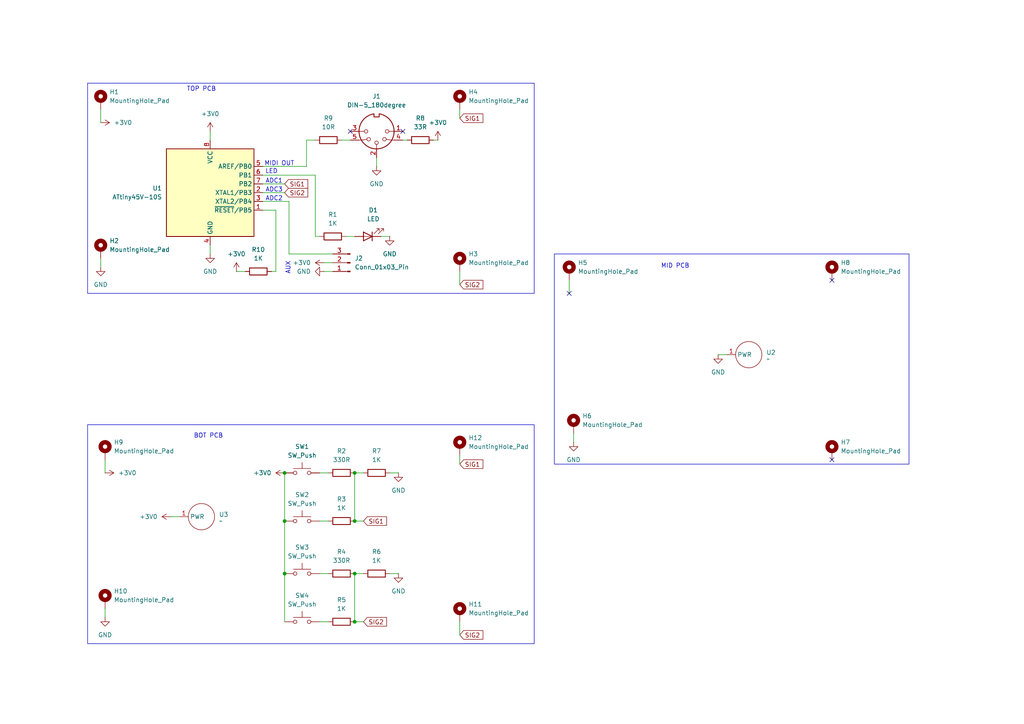
<source format=kicad_sch>
(kicad_sch (version 20231120) (generator "eeschema") (generator_version "8.0")
  (paper "A4")
  (lib_symbols
    (symbol "Connector:Conn_01x03_Pin" (pin_names (offset 1.016) hide)
      (property "Reference" "J" (at 0 5.08 0))
      (property "Value" "Conn_01x03_Pin" (at 0 -5.08 0))
      (symbol "Conn_01x03_Pin_1_1"
        (polyline (pts (xy 1.27 -2.54) (xy 0.8636 -2.54)) (stroke (width 0.1524)))
        (polyline (pts (xy 1.27 0) (xy 0.8636 0)) (stroke (width 0.1524)))
        (polyline (pts (xy 1.27 2.54) (xy 0.8636 2.54)) (stroke (width 0.1524)))
        (rectangle (start 0.8636 -2.413) (end 0 -2.667) (stroke (width 0.1524)) (fill (type outline)))
        (rectangle (start 0.8636 0.127) (end 0 -0.127) (stroke (width 0.1524)) (fill (type outline)))
        (rectangle (start 0.8636 2.667) (end 0 2.413) (stroke (width 0.1524)) (fill (type outline)))
        (pin passive line (at 5.08 2.54 180) (length 3.81) (name "Pin_1") (number "1"))
        (pin passive line (at 5.08 0 180) (length 3.81) (name "Pin_2") (number "2"))
        (pin passive line (at 5.08 -2.54 180) (length 3.81) (name "Pin_3") (number "3"))
      )
    )
    (symbol "Connector:DIN-5_180degree" (pin_names (offset 1.016))
      (property "Reference" "J" (at 3.175 5.715 0))
      (property "Value" "DIN-5_180degree" (at 0 -6.35 0))
      (symbol "DIN-5_180degree_0_1"
        (arc (start -5.08 0) (mid -3.8609 -3.3364) (end -0.762 -5.08) (stroke (width 0.254)))
        (circle (center -3.048 0) (radius 0.508))
        (circle (center -2.286 2.286) (radius 0.508))
        (polyline (pts (xy -5.08 0) (xy -3.556 0)))
        (polyline (pts (xy 0 5.08) (xy 0 3.81)))
        (polyline (pts (xy 5.08 0) (xy 3.556 0)))
        (polyline (pts (xy -5.08 2.54) (xy -4.318 2.54) (xy -2.794 2.286)))
        (polyline (pts (xy 5.08 2.54) (xy 4.318 2.54) (xy 2.794 2.286)))
        (polyline (pts (xy -0.762 -4.953) (xy -0.762 -4.191) (xy 0.762 -4.191) (xy 0.762 -4.953)) (stroke (width 0.254)))
        (circle (center 0 3.302) (radius 0.508))
        (arc (start 0.762 -5.08) (mid 3.8685 -3.343) (end 5.08 0) (stroke (width 0.254)))
        (circle (center 2.286 2.286) (radius 0.508))
        (circle (center 3.048 0) (radius 0.508))
        (arc (start 5.08 0) (mid 0 5.0579) (end -5.08 0) (stroke (width 0.254)))
      )
      (symbol "DIN-5_180degree_1_1"
        (pin passive line (at -7.62 0 0) (length 2.54) (name "~") (number "1"))
        (pin passive line (at 0 7.62 270) (length 2.54) (name "~") (number "2"))
        (pin passive line (at 7.62 0 180) (length 2.54) (name "~") (number "3"))
        (pin passive line (at -7.62 2.54 0) (length 2.54) (name "~") (number "4"))
        (pin passive line (at 7.62 2.54 180) (length 2.54) (name "~") (number "5"))
      )
    )
    (symbol "Device:LED" (pin_numbers hide) (pin_names (offset 1.016) hide)
      (property "Reference" "D" (at 0 2.54 0))
      (property "Value" "LED" (at 0 -2.54 0))
      (symbol "LED_0_1"
        (polyline (pts (xy -1.27 -1.27) (xy -1.27 1.27)) (stroke (width 0.254)))
        (polyline (pts (xy -1.27 0) (xy 1.27 0)))
        (polyline (pts (xy 1.27 -1.27) (xy 1.27 1.27) (xy -1.27 0) (xy 1.27 -1.27)) (stroke (width 0.254)))
        (polyline (pts (xy -3.048 -0.762) (xy -4.572 -2.286) (xy -3.81 -2.286) (xy -4.572 -2.286) (xy -4.572 -1.524)))
        (polyline (pts (xy -1.778 -0.762) (xy -3.302 -2.286) (xy -2.54 -2.286) (xy -3.302 -2.286) (xy -3.302 -1.524)))
      )
      (symbol "LED_1_1"
        (pin passive line (at -3.81 0 0) (length 2.54) (name "K") (number "1"))
        (pin passive line (at 3.81 0 180) (length 2.54) (name "A") (number "2"))
      )
    )
    (symbol "Device:R" (pin_numbers hide) (pin_names (offset 0))
      (property "Reference" "R" (at 2.032 0 90))
      (property "Value" "R" (at 0 0 90))
      (symbol "R_0_1"
        (rectangle (start -1.016 -2.54) (end 1.016 2.54) (stroke (width 0.254)))
      )
      (symbol "R_1_1"
        (pin passive line (at 0 3.81 270) (length 1.27) (name "~") (number "1"))
        (pin passive line (at 0 -3.81 90) (length 1.27) (name "~") (number "2"))
      )
    )
    (symbol "JCC:cr20xx-pad"
      (property "Reference" "U" (at 0 -2.286 0))
      (symbol "cr20xx-pad_0_1"
        (circle (center 0 0) (radius 3.81))
      )
      (symbol "cr20xx-pad_1_1"
        (pin power_out line (at -6.35 0 0) (length 2.54) (name "PWR") (number "1"))
      )
    )
    (symbol "MCU_Microchip_ATtiny:ATtiny45V-10S"
      (property "Reference" "U" (at -12.7 13.97 0))
      (property "Value" "ATtiny45V-10S" (at 2.54 -13.97 0))
      (symbol "ATtiny45V-10S_0_1"
        (rectangle (start -12.7 -12.7) (end 12.7 12.7) (stroke (width 0.254)) (fill (type background)))
      )
      (symbol "ATtiny45V-10S_1_1"
        (pin bidirectional line (at 15.24 -5.08 180) (length 2.54) (name "~{RESET}/PB5") (number "1"))
        (pin bidirectional line (at 15.24 0 180) (length 2.54) (name "XTAL1/PB3") (number "2"))
        (pin bidirectional line (at 15.24 -2.54 180) (length 2.54) (name "XTAL2/PB4") (number "3"))
        (pin power_in line (at 0 -15.24 90) (length 2.54) (name "GND") (number "4"))
        (pin bidirectional line (at 15.24 7.62 180) (length 2.54) (name "AREF/PB0") (number "5"))
        (pin bidirectional line (at 15.24 5.08 180) (length 2.54) (name "PB1") (number "6"))
        (pin bidirectional line (at 15.24 2.54 180) (length 2.54) (name "PB2") (number "7"))
        (pin power_in line (at 0 15.24 270) (length 2.54) (name "VCC") (number "8"))
      )
    )
    (symbol "Mechanical:MountingHole_Pad" (pin_numbers hide) (pin_names (offset 1.016) hide) (exclude_from_sim yes) (in_bom no)
      (property "Reference" "H" (at 0 6.35 0))
      (property "Value" "MountingHole_Pad" (at 0 4.445 0))
      (symbol "MountingHole_Pad_0_1"
        (circle (center 0 1.27) (radius 1.27) (stroke (width 1.27)))
      )
      (symbol "MountingHole_Pad_1_1"
        (pin input line (at 0 -2.54 90) (length 2.54) (name "1") (number "1"))
      )
    )
    (symbol "Switch:SW_Push" (pin_numbers hide) (pin_names (offset 1.016) hide)
      (property "Reference" "SW" (at 1.27 2.54 0))
      (property "Value" "SW_Push" (at 0 -1.524 0))
      (symbol "SW_Push_0_1"
        (circle (center -2.032 0) (radius 0.508))
        (polyline (pts (xy 0 1.27) (xy 0 3.048)))
        (polyline (pts (xy 2.54 1.27) (xy -2.54 1.27)))
        (circle (center 2.032 0) (radius 0.508))
        (pin passive line (at -5.08 0 0) (length 2.54) (name "1") (number "1"))
        (pin passive line (at 5.08 0 180) (length 2.54) (name "2") (number "2"))
      )
    )
    (symbol "power:+3V0" (power) (pin_numbers hide) (pin_names (offset 0) hide)
      (property "Value" "+3V0" (at 0 3.556 0))
      (symbol "+3V0_0_1"
        (polyline (pts (xy -0.762 1.27) (xy 0 2.54)))
        (polyline (pts (xy 0 0) (xy 0 2.54)))
        (polyline (pts (xy 0 2.54) (xy 0.762 1.27)))
      )
      (symbol "+3V0_1_1"
        (pin power_in line (at 0 0 90) (length 0) (name "~") (number "1"))
      )
    )
    (symbol "power:GND" (power) (pin_numbers hide) (pin_names (offset 0) hide)
      (property "Value" "GND" (at 0 -3.81 0))
      (symbol "GND_0_1"
        (polyline (pts (xy 0 0) (xy 0 -1.27) (xy 1.27 -1.27) (xy 0 -2.54) (xy -1.27 -1.27) (xy 0 -1.27)))
      )
      (symbol "GND_1_1"
        (pin power_in line (at 0 0 270) (length 0) (name "~") (number "1"))
      )
    )
  )
  (junction (at 102.87 151.13))
  (junction (at 82.55 151.13))
  (junction (at 82.55 166.37))
  (junction (at 102.87 180.34))
  (junction (at 102.87 166.37))
  (junction (at 82.55 137.16))
  (junction (at 102.87 137.16))
  (no_connect (at 241.3 133.35))
  (no_connect (at 101.6 38.1))
  (no_connect (at 165.1 85.09))
  (no_connect (at 241.3 81.28))
  (no_connect (at 116.84 38.1))
  (wire (pts (xy 113.03 166.37) (xy 115.57 166.37)))
  (wire (pts (xy 165.1 81.28) (xy 165.1 85.09)))
  (wire (pts (xy 102.87 137.16) (xy 105.41 137.16)))
  (wire (pts (xy 208.28 102.87) (xy 210.82 102.87)))
  (wire (pts (xy 60.96 38.1) (xy 60.96 40.64)))
  (wire (pts (xy 29.21 74.93) (xy 29.21 77.47)))
  (wire (pts (xy 133.35 78.74) (xy 133.35 82.55)))
  (wire (pts (xy 83.82 73.66) (xy 96.52 73.66)))
  (wire (pts (xy 29.21 31.75) (xy 29.21 35.56)))
  (wire (pts (xy 113.03 137.16) (xy 115.57 137.16)))
  (wire (pts (xy 133.35 132.08) (xy 133.35 134.62)))
  (wire (pts (xy 102.87 137.16) (xy 102.87 151.13)))
  (wire (pts (xy 49.53 149.86) (xy 52.07 149.86)))
  (wire (pts (xy 92.71 137.16) (xy 95.25 137.16)))
  (wire (pts (xy 76.2 53.34) (xy 82.55 53.34)))
  (wire (pts (xy 88.9 40.64) (xy 88.9 48.26)))
  (wire (pts (xy 133.35 31.75) (xy 133.35 34.29)))
  (wire (pts (xy 102.87 151.13) (xy 105.41 151.13)))
  (wire (pts (xy 80.01 60.96) (xy 80.01 78.74)))
  (wire (pts (xy 76.2 48.26) (xy 88.9 48.26)))
  (wire (pts (xy 133.35 180.34) (xy 133.35 184.15)))
  (wire (pts (xy 60.96 71.12) (xy 60.96 73.66)))
  (wire (pts (xy 116.84 40.64) (xy 118.11 40.64)))
  (wire (pts (xy 76.2 60.96) (xy 80.01 60.96)))
  (wire (pts (xy 125.73 40.64) (xy 127 40.64)))
  (wire (pts (xy 76.2 55.88) (xy 82.55 55.88)))
  (wire (pts (xy 102.87 180.34) (xy 105.41 180.34)))
  (wire (pts (xy 100.33 68.58) (xy 102.87 68.58)))
  (wire (pts (xy 82.55 166.37) (xy 82.55 180.34)))
  (wire (pts (xy 93.98 78.74) (xy 96.52 78.74)))
  (wire (pts (xy 166.37 125.73) (xy 166.37 128.27)))
  (wire (pts (xy 102.87 166.37) (xy 105.41 166.37)))
  (wire (pts (xy 91.44 50.8) (xy 91.44 68.58)))
  (wire (pts (xy 109.22 45.72) (xy 109.22 48.26)))
  (wire (pts (xy 82.55 151.13) (xy 82.55 166.37)))
  (wire (pts (xy 110.49 68.58) (xy 113.03 68.58)))
  (wire (pts (xy 76.2 58.42) (xy 83.82 58.42)))
  (wire (pts (xy 92.71 180.34) (xy 95.25 180.34)))
  (wire (pts (xy 99.06 40.64) (xy 101.6 40.64)))
  (wire (pts (xy 78.74 78.74) (xy 80.01 78.74)))
  (wire (pts (xy 76.2 50.8) (xy 91.44 50.8)))
  (wire (pts (xy 30.48 176.53) (xy 30.48 179.07)))
  (wire (pts (xy 83.82 58.42) (xy 83.82 73.66)))
  (wire (pts (xy 91.44 68.58) (xy 92.71 68.58)))
  (wire (pts (xy 30.48 133.35) (xy 30.48 137.16)))
  (wire (pts (xy 92.71 166.37) (xy 95.25 166.37)))
  (wire (pts (xy 82.55 137.16) (xy 82.55 151.13)))
  (wire (pts (xy 93.98 76.2) (xy 96.52 76.2)))
  (wire (pts (xy 88.9 40.64) (xy 91.44 40.64)))
  (wire (pts (xy 92.71 151.13) (xy 95.25 151.13)))
  (wire (pts (xy 68.58 78.74) (xy 71.12 78.74)))
  (wire (pts (xy 102.87 166.37) (xy 102.87 180.34)))
  (rectangle (start 25.4 24.13) (end 154.94 85.09))
  (rectangle (start 160.782 73.66) (end 263.652 134.62))
  (rectangle (start 25.4 123.19) (end 154.94 186.69))
  (text "BOT PCB" (at 60.452 126.492 0) (effects (font (size 1.27 1.27))))
  (text "LED" (at 78.74 49.784 0) (effects (font (size 1.27 1.27))))
  (text "AUX" (at 83.566 77.724 90) (effects (font (size 1.27 1.27))))
  (text "MID PCB" (at 195.834 77.216 0) (effects (font (size 1.27 1.27))))
  (text "ADC2\n" (at 79.502 57.658 0) (effects (font (size 1.27 1.27))))
  (text "MIDI OUT" (at 81.026 47.498 0) (effects (font (size 1.27 1.27))))
  (text "ADC1\n" (at 79.502 52.578 0) (effects (font (size 1.27 1.27))))
  (text "ADC3\n" (at 79.502 55.118 0) (effects (font (size 1.27 1.27))))
  (text "TOP PCB" (at 58.42 25.908 0) (effects (font (size 1.27 1.27))))
  (global_label "SIG2" (shape input) (at 133.35 184.15 0) (property "Intersheetrefs" "${INTERSHEET_REFS}" (effects (hide yes))))
  (global_label "SIG2" (shape input) (at 82.55 55.88 0) (property "Intersheetrefs" "${INTERSHEET_REFS}" (effects (hide yes))))
  (global_label "SIG2" (shape input) (at 105.41 180.34 0) (property "Intersheetrefs" "${INTERSHEET_REFS}" (effects (hide yes))))
  (global_label "SIG1" (shape input) (at 133.35 34.29 0) (property "Intersheetrefs" "${INTERSHEET_REFS}" (effects (hide yes))))
  (global_label "SIG1" (shape input) (at 133.35 134.62 0) (property "Intersheetrefs" "${INTERSHEET_REFS}" (effects (hide yes))))
  (global_label "SIG1" (shape input) (at 105.41 151.13 0) (property "Intersheetrefs" "${INTERSHEET_REFS}" (effects (hide yes))))
  (global_label "SIG2" (shape input) (at 133.35 82.55 0) (property "Intersheetrefs" "${INTERSHEET_REFS}" (effects (hide yes))))
  (global_label "SIG1" (shape input) (at 82.55 53.34 0) (property "Intersheetrefs" "${INTERSHEET_REFS}" (effects (hide yes))))
  (symbol (lib_id "MCU_Microchip_ATtiny:ATtiny45V-10S") (at 60.96 55.88 0) (unit 1)
    (property "Reference" "U1" (at 46.99 54.6099 0) (effects (justify right)))
    (property "Value" "ATtiny45V-10S" (at 46.99 57.1499 0) (effects (justify right)))
    (property "Footprint" "Package_SO:SOIC-8W_5.3x5.3mm_P1.27mm" (effects (hide yes)))
    (property "Datasheet" "http://ww1.microchip.com/downloads/en/DeviceDoc/atmel-2586-avr-8-bit-microcontroller-attiny25-attiny45-attiny85_datasheet.pdf" (effects (hide yes)))
    (property "Description" "10MHz, 4kB Flash, 256B SRAM, 256B EEPROM, debugWIRE, SOIC-8W" (effects (hide yes)))
  )
  (symbol (lib_id "Switch:SW_Push") (at 87.63 180.34 0) (unit 1)
    (property "Reference" "SW4" (at 87.63 172.72 0))
    (property "Value" "SW_Push" (at 87.63 175.26 0))
    (property "Footprint" "Button_Switch_SMD:SW_SPST_EVPBF" (effects (hide yes)))
    (property "Description" "Push button switch, generic, two pins" (effects (hide yes)))
  )
  (symbol (lib_id "Connector:DIN-5_180degree") (at 109.22 38.1 180) (unit 1)
    (property "Reference" "J1" (at 109.2199 27.94 0))
    (property "Value" "DIN-5_180degree" (at 109.2199 30.48 0))
    (property "Footprint" "easyeda2kicad:CONN-TH_DIN-504-M10" (effects (hide yes)))
    (property "Datasheet" "http://www.mouser.com/ds/2/18/40_c091_abd_e-75918.pdf" (effects (hide yes)))
    (property "Description" "5-pin DIN connector (5-pin DIN-5 stereo)" (effects (hide yes)))
  )
  (symbol (lib_id "Device:R") (at 121.92 40.64 270) (unit 1)
    (property "Reference" "R8" (at 121.92 34.29 90))
    (property "Value" "33R" (at 121.92 36.83 90))
    (property "Footprint" "Resistor_SMD:R_0805_2012Metric_Pad1.20x1.40mm_HandSolder" (effects (hide yes)))
    (property "Description" "Resistor" (effects (hide yes)))
  )
  (symbol (lib_id "power:GND") (at 60.96 73.66 0) (unit 1)
    (property "Reference" "#PWR010" (effects (hide yes)))
    (property "Value" "GND" (at 60.96 78.74 0))
    (property "Description" "Power symbol creates a global label with name \"GND\" , ground" (effects (hide yes)))
  )
  (symbol (lib_id "power:GND") (at 29.21 77.47 0) (unit 1)
    (property "Reference" "#PWR016" (effects (hide yes)))
    (property "Value" "GND" (at 29.21 82.55 0))
    (property "Description" "Power symbol creates a global label with name \"GND\" , ground" (effects (hide yes)))
  )
  (symbol (lib_id "JCC:cr20xx-pad") (at 58.42 149.86 0) (unit 1)
    (property "Reference" "U3" (at 63.5 149.2249 0) (effects (justify left)))
    (property "Value" "~" (at 63.5 151.13 0) (effects (justify left)))
    (property "Footprint" "JCC:CR2032" (effects (hide yes)))
  )
  (symbol (lib_id "Device:R") (at 109.22 166.37 270) (unit 1)
    (property "Reference" "R6" (at 109.22 160.02 90))
    (property "Value" "1K" (at 109.22 162.56 90))
    (property "Footprint" "Resistor_SMD:R_0805_2012Metric_Pad1.20x1.40mm_HandSolder" (effects (hide yes)))
    (property "Description" "Resistor" (effects (hide yes)))
  )
  (symbol (lib_id "power:GND") (at 109.22 48.26 0) (unit 1)
    (property "Reference" "#PWR07" (effects (hide yes)))
    (property "Value" "GND" (at 109.22 53.34 0))
    (property "Description" "Power symbol creates a global label with name \"GND\" , ground" (effects (hide yes)))
  )
  (symbol (lib_id "Mechanical:MountingHole_Pad") (at 30.48 173.99 0) (unit 1) (exclude_from_sim yes) (in_bom no)
    (property "Reference" "H10" (at 33.02 171.4499 0) (effects (justify left)))
    (property "Value" "MountingHole_Pad" (at 33.02 173.9899 0) (effects (justify left)))
    (property "Footprint" "MountingHole:MountingHole_2.5mm_Pad_TopBottom" (effects (hide yes)))
    (property "Description" "Mounting Hole with connection" (effects (hide yes)))
  )
  (symbol (lib_id "power:GND") (at 115.57 166.37 0) (unit 1)
    (property "Reference" "#PWR03" (effects (hide yes)))
    (property "Value" "GND" (at 115.57 171.45 0))
    (property "Description" "Power symbol creates a global label with name \"GND\" , ground" (effects (hide yes)))
  )
  (symbol (lib_id "power:GND") (at 115.57 137.16 0) (unit 1)
    (property "Reference" "#PWR04" (effects (hide yes)))
    (property "Value" "GND" (at 115.57 142.24 0))
    (property "Description" "Power symbol creates a global label with name \"GND\" , ground" (effects (hide yes)))
  )
  (symbol (lib_id "power:+3V0") (at 68.58 78.74 0) (unit 1)
    (property "Reference" "#PWR019" (effects (hide yes)))
    (property "Value" "+3V0" (at 68.58 73.66 0))
    (property "Description" "Power symbol creates a global label with name \"+3V0\"" (effects (hide yes)))
  )
  (symbol (lib_id "Switch:SW_Push") (at 87.63 137.16 0) (unit 1)
    (property "Reference" "SW1" (at 87.63 129.54 0))
    (property "Value" "SW_Push" (at 87.63 132.08 0))
    (property "Footprint" "Button_Switch_SMD:SW_SPST_EVPBF" (effects (hide yes)))
    (property "Description" "Push button switch, generic, two pins" (effects (hide yes)))
  )
  (symbol (lib_id "Device:R") (at 74.93 78.74 270) (unit 1)
    (property "Reference" "R10" (at 74.93 72.39 90))
    (property "Value" "1K" (at 74.93 74.93 90))
    (property "Footprint" "Resistor_SMD:R_0805_2012Metric_Pad1.20x1.40mm_HandSolder" (effects (hide yes)))
    (property "Description" "Resistor" (effects (hide yes)))
  )
  (symbol (lib_id "Switch:SW_Push") (at 87.63 151.13 0) (unit 1)
    (property "Reference" "SW2" (at 87.63 143.51 0))
    (property "Value" "SW_Push" (at 87.63 146.05 0))
    (property "Footprint" "Button_Switch_SMD:SW_SPST_EVPBF" (effects (hide yes)))
    (property "Description" "Push button switch, generic, two pins" (effects (hide yes)))
  )
  (symbol (lib_id "power:+3V0") (at 29.21 35.56 270) (unit 1)
    (property "Reference" "#PWR013" (effects (hide yes)))
    (property "Value" "+3V0" (at 33.02 35.5599 90) (effects (justify left)))
    (property "Description" "Power symbol creates a global label with name \"+3V0\"" (effects (hide yes)))
  )
  (symbol (lib_id "Mechanical:MountingHole_Pad") (at 29.21 72.39 0) (unit 1) (exclude_from_sim yes) (in_bom no)
    (property "Reference" "H2" (at 31.75 69.8499 0) (effects (justify left)))
    (property "Value" "MountingHole_Pad" (at 31.75 72.3899 0) (effects (justify left)))
    (property "Footprint" "MountingHole:MountingHole_2.5mm_Pad_TopBottom" (effects (hide yes)))
    (property "Description" "Mounting Hole with connection" (effects (hide yes)))
  )
  (symbol (lib_id "power:+3V0") (at 49.53 149.86 90) (unit 1)
    (property "Reference" "#PWR01" (effects (hide yes)))
    (property "Value" "+3V0" (at 45.72 149.8599 90) (effects (justify left)))
    (property "Description" "Power symbol creates a global label with name \"+3V0\"" (effects (hide yes)))
  )
  (symbol (lib_id "Mechanical:MountingHole_Pad") (at 29.21 29.21 0) (unit 1) (exclude_from_sim yes) (in_bom no)
    (property "Reference" "H1" (at 31.75 26.6699 0) (effects (justify left)))
    (property "Value" "MountingHole_Pad" (at 31.75 29.2099 0) (effects (justify left)))
    (property "Footprint" "MountingHole:MountingHole_2.5mm_Pad_TopBottom" (effects (hide yes)))
    (property "Description" "Mounting Hole with connection" (effects (hide yes)))
  )
  (symbol (lib_id "Mechanical:MountingHole_Pad") (at 133.35 177.8 0) (unit 1) (exclude_from_sim yes) (in_bom no)
    (property "Reference" "H11" (at 135.89 175.2599 0) (effects (justify left)))
    (property "Value" "MountingHole_Pad" (at 135.89 177.7999 0) (effects (justify left)))
    (property "Footprint" "MountingHole:MountingHole_2.5mm_Pad_TopBottom" (effects (hide yes)))
    (property "Description" "Mounting Hole with connection" (effects (hide yes)))
  )
  (symbol (lib_id "Device:R") (at 99.06 180.34 270) (unit 1)
    (property "Reference" "R5" (at 99.06 173.99 90))
    (property "Value" "1K" (at 99.06 176.53 90))
    (property "Footprint" "Resistor_SMD:R_0805_2012Metric_Pad1.20x1.40mm_HandSolder" (effects (hide yes)))
    (property "Description" "Resistor" (effects (hide yes)))
  )
  (symbol (lib_id "power:GND") (at 30.48 179.07 0) (unit 1)
    (property "Reference" "#PWR018" (effects (hide yes)))
    (property "Value" "GND" (at 30.48 184.15 0))
    (property "Description" "Power symbol creates a global label with name \"GND\" , ground" (effects (hide yes)))
  )
  (symbol (lib_id "power:+3V0") (at 93.98 76.2 90) (unit 1)
    (property "Reference" "#PWR011" (effects (hide yes)))
    (property "Value" "+3V0" (at 90.17 76.1999 90) (effects (justify left)))
    (property "Description" "Power symbol creates a global label with name \"+3V0\"" (effects (hide yes)))
  )
  (symbol (lib_id "Connector:Conn_01x03_Pin") (at 101.6 76.2 180) (unit 1)
    (property "Reference" "J2" (at 102.87 74.9299 0) (effects (justify right)))
    (property "Value" "Conn_01x03_Pin" (at 102.87 77.4699 0) (effects (justify right)))
    (property "Footprint" "Connector_PinHeader_2.54mm:PinHeader_1x03_P2.54mm_Vertical" (effects (hide yes)))
    (property "Description" "Generic connector, single row, 01x03, script generated" (effects (hide yes)))
  )
  (symbol (lib_id "Switch:SW_Push") (at 87.63 166.37 0) (unit 1)
    (property "Reference" "SW3" (at 87.63 158.75 0))
    (property "Value" "SW_Push" (at 87.63 161.29 0))
    (property "Footprint" "Button_Switch_SMD:SW_SPST_EVPBF" (effects (hide yes)))
    (property "Description" "Push button switch, generic, two pins" (effects (hide yes)))
  )
  (symbol (lib_id "power:+3V0") (at 82.55 137.16 90) (unit 1)
    (property "Reference" "#PWR02" (effects (hide yes)))
    (property "Value" "+3V0" (at 78.74 137.1599 90) (effects (justify left)))
    (property "Description" "Power symbol creates a global label with name \"+3V0\"" (effects (hide yes)))
  )
  (symbol (lib_id "Device:R") (at 99.06 166.37 270) (unit 1)
    (property "Reference" "R4" (at 99.06 160.02 90))
    (property "Value" "330R" (at 99.06 162.56 90))
    (property "Footprint" "Resistor_SMD:R_0805_2012Metric_Pad1.20x1.40mm_HandSolder" (effects (hide yes)))
    (property "Description" "Resistor" (effects (hide yes)))
  )
  (symbol (lib_id "Device:R") (at 99.06 137.16 270) (unit 1)
    (property "Reference" "R2" (at 99.06 130.81 90))
    (property "Value" "330R" (at 99.06 133.35 90))
    (property "Footprint" "Resistor_SMD:R_0805_2012Metric_Pad1.20x1.40mm_HandSolder" (effects (hide yes)))
    (property "Description" "Resistor" (effects (hide yes)))
  )
  (symbol (lib_id "power:+3V0") (at 127 40.64 0) (unit 1)
    (property "Reference" "#PWR08" (effects (hide yes)))
    (property "Value" "+3V0" (at 127 35.56 0))
    (property "Description" "Power symbol creates a global label with name \"+3V0\"" (effects (hide yes)))
  )
  (symbol (lib_id "Device:R") (at 96.52 68.58 270) (unit 1)
    (property "Reference" "R1" (at 96.52 62.23 90))
    (property "Value" "1K" (at 96.52 64.77 90))
    (property "Footprint" "Resistor_SMD:R_0805_2012Metric_Pad1.20x1.40mm_HandSolder" (effects (hide yes)))
    (property "Description" "Resistor" (effects (hide yes)))
  )
  (symbol (lib_id "power:GND") (at 113.03 68.58 0) (unit 1)
    (property "Reference" "#PWR06" (effects (hide yes)))
    (property "Value" "GND" (at 113.03 73.66 0))
    (property "Description" "Power symbol creates a global label with name \"GND\" , ground" (effects (hide yes)))
  )
  (symbol (lib_id "Mechanical:MountingHole_Pad") (at 165.1 78.74 0) (unit 1) (exclude_from_sim yes) (in_bom no)
    (property "Reference" "H5" (at 167.64 76.1999 0) (effects (justify left)))
    (property "Value" "MountingHole_Pad" (at 167.64 78.7399 0) (effects (justify left)))
    (property "Footprint" "MountingHole:MountingHole_2.5mm_Pad_TopBottom" (effects (hide yes)))
    (property "Description" "Mounting Hole with connection" (effects (hide yes)))
  )
  (symbol (lib_id "Mechanical:MountingHole_Pad") (at 133.35 29.21 0) (unit 1) (exclude_from_sim yes) (in_bom no)
    (property "Reference" "H4" (at 135.89 26.6699 0) (effects (justify left)))
    (property "Value" "MountingHole_Pad" (at 135.89 29.2099 0) (effects (justify left)))
    (property "Footprint" "MountingHole:MountingHole_2.5mm_Pad_TopBottom" (effects (hide yes)))
    (property "Description" "Mounting Hole with connection" (effects (hide yes)))
  )
  (symbol (lib_id "Mechanical:MountingHole_Pad") (at 30.48 130.81 0) (unit 1) (exclude_from_sim yes) (in_bom no)
    (property "Reference" "H9" (at 33.02 128.2699 0) (effects (justify left)))
    (property "Value" "MountingHole_Pad" (at 33.02 130.8099 0) (effects (justify left)))
    (property "Footprint" "MountingHole:MountingHole_2.5mm_Pad_TopBottom" (effects (hide yes)))
    (property "Description" "Mounting Hole with connection" (effects (hide yes)))
  )
  (symbol (lib_id "Device:R") (at 99.06 151.13 270) (unit 1)
    (property "Reference" "R3" (at 99.06 144.78 90))
    (property "Value" "1K" (at 99.06 147.32 90))
    (property "Footprint" "Resistor_SMD:R_0805_2012Metric_Pad1.20x1.40mm_HandSolder" (effects (hide yes)))
    (property "Description" "Resistor" (effects (hide yes)))
  )
  (symbol (lib_id "Mechanical:MountingHole_Pad") (at 166.37 123.19 0) (unit 1) (exclude_from_sim yes) (in_bom no)
    (property "Reference" "H6" (at 168.91 120.6499 0) (effects (justify left)))
    (property "Value" "MountingHole_Pad" (at 168.91 123.1899 0) (effects (justify left)))
    (property "Footprint" "MountingHole:MountingHole_2.5mm_Pad_TopBottom" (effects (hide yes)))
    (property "Description" "Mounting Hole with connection" (effects (hide yes)))
  )
  (symbol (lib_id "Device:LED") (at 106.68 68.58 180) (unit 1)
    (property "Reference" "D1" (at 108.2675 60.96 0))
    (property "Value" "LED" (at 108.2675 63.5 0))
    (property "Footprint" "LED_SMD:LED_0805_2012Metric_Pad1.15x1.40mm_HandSolder" (effects (hide yes)))
    (property "Description" "Light emitting diode" (effects (hide yes)))
  )
  (symbol (lib_id "Device:R") (at 109.22 137.16 270) (unit 1)
    (property "Reference" "R7" (at 109.22 130.81 90))
    (property "Value" "1K" (at 109.22 133.35 90))
    (property "Footprint" "Resistor_SMD:R_0805_2012Metric_Pad1.20x1.40mm_HandSolder" (effects (hide yes)))
    (property "Description" "Resistor" (effects (hide yes)))
  )
  (symbol (lib_id "power:+3V0") (at 30.48 137.16 270) (unit 1)
    (property "Reference" "#PWR014" (effects (hide yes)))
    (property "Value" "+3V0" (at 34.29 137.1599 90) (effects (justify left)))
    (property "Description" "Power symbol creates a global label with name \"+3V0\"" (effects (hide yes)))
  )
  (symbol (lib_id "power:GND") (at 93.98 78.74 270) (unit 1)
    (property "Reference" "#PWR012" (effects (hide yes)))
    (property "Value" "GND" (at 90.17 78.7399 90) (effects (justify right)))
    (property "Description" "Power symbol creates a global label with name \"GND\" , ground" (effects (hide yes)))
  )
  (symbol (lib_id "Mechanical:MountingHole_Pad") (at 133.35 76.2 0) (unit 1) (exclude_from_sim yes) (in_bom no)
    (property "Reference" "H3" (at 135.89 73.6599 0) (effects (justify left)))
    (property "Value" "MountingHole_Pad" (at 135.89 76.1999 0) (effects (justify left)))
    (property "Footprint" "MountingHole:MountingHole_2.5mm_Pad_TopBottom" (effects (hide yes)))
    (property "Description" "Mounting Hole with connection" (effects (hide yes)))
  )
  (symbol (lib_id "Mechanical:MountingHole_Pad") (at 133.35 129.54 0) (unit 1) (exclude_from_sim yes) (in_bom no)
    (property "Reference" "H12" (at 135.89 126.9999 0) (effects (justify left)))
    (property "Value" "MountingHole_Pad" (at 135.89 129.5399 0) (effects (justify left)))
    (property "Footprint" "MountingHole:MountingHole_2.5mm_Pad_TopBottom" (effects (hide yes)))
    (property "Description" "Mounting Hole with connection" (effects (hide yes)))
  )
  (symbol (lib_id "JCC:cr20xx-pad") (at 217.17 102.87 0) (unit 1)
    (property "Reference" "U2" (at 222.25 102.2349 0) (effects (justify left)))
    (property "Value" "~" (at 222.25 104.14 0) (effects (justify left)))
    (property "Footprint" "JCC:CR2032" (effects (hide yes)))
  )
  (symbol (lib_id "Mechanical:MountingHole_Pad") (at 241.3 130.81 0) (unit 1) (exclude_from_sim yes) (in_bom no)
    (property "Reference" "H7" (at 243.84 128.2699 0) (effects (justify left)))
    (property "Value" "MountingHole_Pad" (at 243.84 130.8099 0) (effects (justify left)))
    (property "Footprint" "MountingHole:MountingHole_2.5mm_Pad_TopBottom" (effects (hide yes)))
    (property "Description" "Mounting Hole with connection" (effects (hide yes)))
  )
  (symbol (lib_id "power:GND") (at 166.37 128.27 0) (unit 1)
    (property "Reference" "#PWR017" (effects (hide yes)))
    (property "Value" "GND" (at 166.37 133.35 0))
    (property "Description" "Power symbol creates a global label with name \"GND\" , ground" (effects (hide yes)))
  )
  (symbol (lib_id "Device:R") (at 95.25 40.64 270) (unit 1)
    (property "Reference" "R9" (at 95.25 34.29 90))
    (property "Value" "10R" (at 95.25 36.83 90))
    (property "Footprint" "Resistor_SMD:R_0805_2012Metric_Pad1.20x1.40mm_HandSolder" (effects (hide yes)))
    (property "Description" "Resistor" (effects (hide yes)))
  )
  (symbol (lib_id "power:+3V0") (at 60.96 38.1 0) (unit 1)
    (property "Reference" "#PWR09" (effects (hide yes)))
    (property "Value" "+3V0" (at 60.96 33.02 0))
    (property "Description" "Power symbol creates a global label with name \"+3V0\"" (effects (hide yes)))
  )
  (symbol (lib_id "power:GND") (at 208.28 102.87 0) (unit 1)
    (property "Reference" "#PWR05" (effects (hide yes)))
    (property "Value" "GND" (at 208.28 107.95 0))
    (property "Description" "Power symbol creates a global label with name \"GND\" , ground" (effects (hide yes)))
  )
  (symbol (lib_id "Mechanical:MountingHole_Pad") (at 241.3 78.74 0) (unit 1) (exclude_from_sim yes) (in_bom no)
    (property "Reference" "H8" (at 243.84 76.1999 0) (effects (justify left)))
    (property "Value" "MountingHole_Pad" (at 243.84 78.7399 0) (effects (justify left)))
    (property "Footprint" "MountingHole:MountingHole_2.5mm_Pad_TopBottom" (effects (hide yes)))
    (property "Description" "Mounting Hole with connection" (effects (hide yes)))
  )
)
</source>
